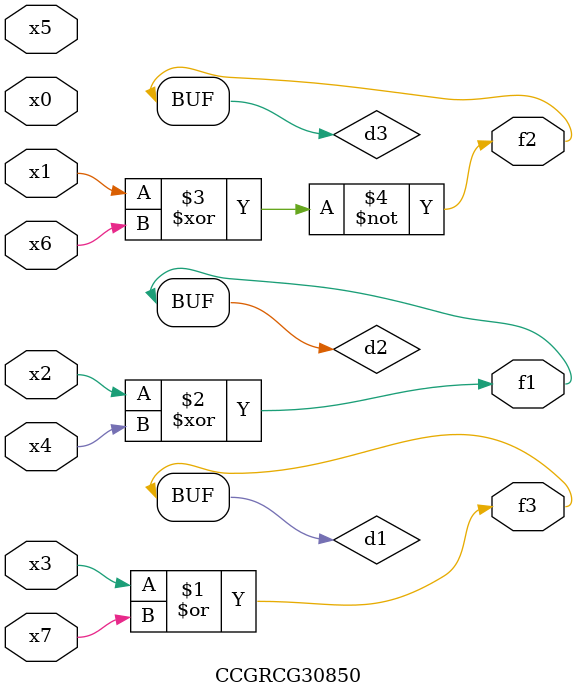
<source format=v>
module CCGRCG30850(
	input x0, x1, x2, x3, x4, x5, x6, x7,
	output f1, f2, f3
);

	wire d1, d2, d3;

	or (d1, x3, x7);
	xor (d2, x2, x4);
	xnor (d3, x1, x6);
	assign f1 = d2;
	assign f2 = d3;
	assign f3 = d1;
endmodule

</source>
